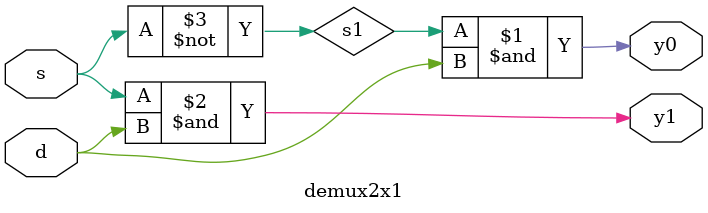
<source format=v>
module demux2x1(s,d,y1,y0);
input s,d;
output y0,y1;
not(s1,s);
and(y0,s1,d);
and(y1,s,d);
endmodule



</source>
